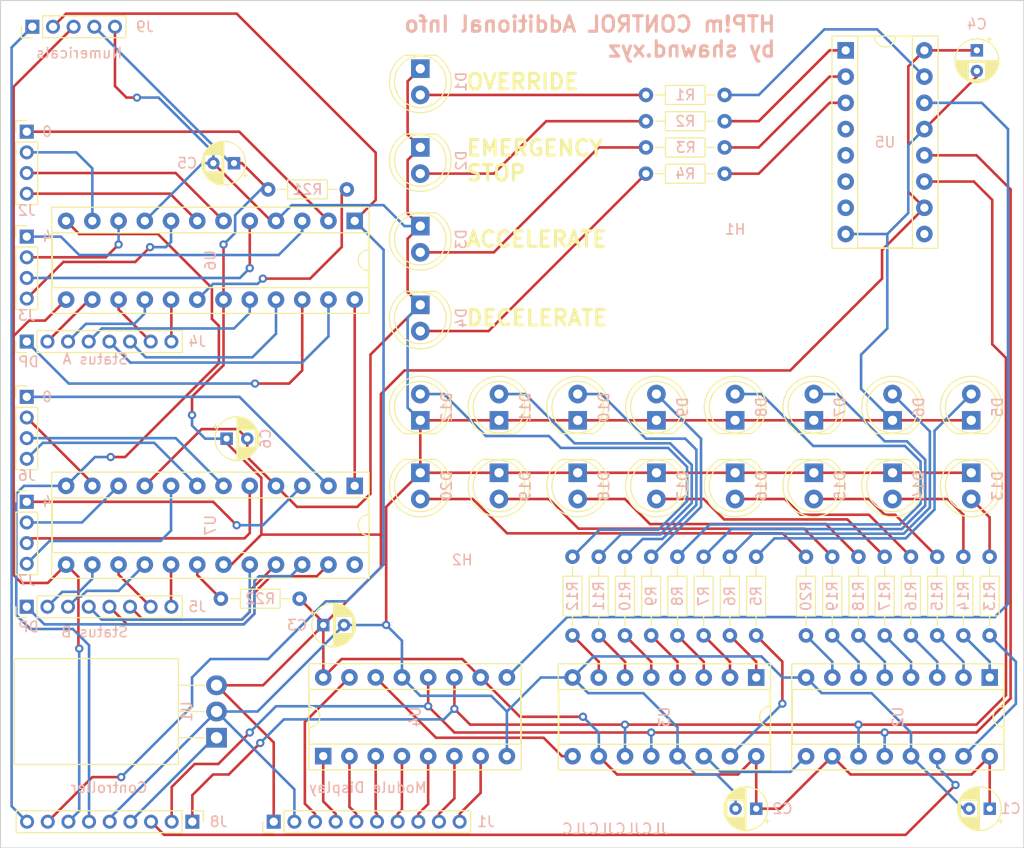
<source format=kicad_pcb>
(kicad_pcb (version 20221018) (generator pcbnew)
  (title_block (title "HTP!m CONTROL Additional Info") (date "2023-10-15") (rev "1") (company "shawnd.xyz") (comment 2 "circuits as well as maintaining 20 LEDs of its own.") (comment 3 "The HTP!m CONTROL Additional Info circuit controls all the other HTP!m CONTROL display"))
  (layers (0 "F.Cu" signal) (31 "B.Cu" signal) (34 "B.Paste" user) (35 "F.Paste" user) (36 "B.SilkS" user "B.Silkscreen") (37 "F.SilkS" user "F.Silkscreen") (38 "B.Mask" user) (39 "F.Mask" user) (44 "Edge.Cuts" user))
  (net 0 "")
  (net 1 "Net-(J1-Pin_1)")
  (net 2 "GND")
  (net 3 "Net-(D1-A)")
  (net 4 "Net-(D2-A)")
  (net 5 "Net-(D3-A)")
  (net 6 "Net-(D4-A)")
  (net 7 "Net-(D5-A)")
  (net 8 "Net-(D6-A)")
  (net 9 "Net-(D7-A)")
  (net 10 "Net-(D8-A)")
  (net 11 "Net-(D9-A)")
  (net 12 "Net-(D10-A)")
  (net 13 "Net-(D11-A)")
  (net 14 "Net-(D12-A)")
  (net 15 "Net-(D13-A)")
  (net 16 "Net-(D14-A)")
  (net 17 "Net-(D15-A)")
  (net 18 "Net-(D16-A)")
  (net 19 "Net-(D17-A)")
  (net 20 "Net-(D18-A)")
  (net 21 "Net-(D19-A)")
  (net 22 "Net-(D20-A)")
  (net 23 "Net-(J1-Pin_3)")
  (net 24 "Net-(J1-Pin_4)")
  (net 25 "Net-(J1-Pin_5)")
  (net 26 "Net-(J1-Pin_6)")
  (net 27 "Net-(J1-Pin_7)")
  (net 28 "Net-(J1-Pin_8)")
  (net 29 "Net-(J1-Pin_9)")
  (net 30 "Net-(J1-Pin_10)")
  (net 31 "Net-(J2-Pin_1)")
  (net 32 "Net-(J2-Pin_2)")
  (net 33 "Net-(J2-Pin_3)")
  (net 34 "Net-(J2-Pin_4)")
  (net 35 "Net-(J3-Pin_1)")
  (net 36 "Net-(J3-Pin_2)")
  (net 37 "Net-(J3-Pin_3)")
  (net 38 "Net-(J3-Pin_4)")
  (net 39 "Net-(J4-Pin_1)")
  (net 40 "Net-(J4-Pin_2)")
  (net 41 "Net-(J4-Pin_3)")
  (net 42 "Net-(J4-Pin_4)")
  (net 43 "Net-(J4-Pin_5)")
  (net 44 "Net-(J4-Pin_6)")
  (net 45 "Net-(J4-Pin_7)")
  (net 46 "Net-(J4-Pin_8)")
  (net 47 "Net-(J5-Pin_1)")
  (net 48 "Net-(J5-Pin_2)")
  (net 49 "Net-(J5-Pin_3)")
  (net 50 "Net-(J5-Pin_4)")
  (net 51 "Net-(J5-Pin_5)")
  (net 52 "Net-(J5-Pin_6)")
  (net 53 "Net-(J5-Pin_7)")
  (net 54 "Net-(J5-Pin_8)")
  (net 55 "Net-(J6-Pin_1)")
  (net 56 "Net-(J6-Pin_2)")
  (net 57 "Net-(J6-Pin_3)")
  (net 58 "Net-(J6-Pin_4)")
  (net 59 "Net-(J7-Pin_1)")
  (net 60 "Net-(J7-Pin_2)")
  (net 61 "Net-(J7-Pin_3)")
  (net 62 "Net-(J7-Pin_4)")
  (net 63 "Net-(J8-Pin_1)")
  (net 64 "Net-(J8-Pin_2)")
  (net 65 "Net-(J8-Pin_3)")
  (net 66 "Net-(J8-Pin_6)")
  (net 67 "Net-(J8-Pin_7)")
  (net 68 "Net-(J8-Pin_8)")
  (net 69 "Net-(U5-QA)")
  (net 70 "Net-(U5-QB)")
  (net 71 "Net-(U5-QC)")
  (net 72 "Net-(U5-QD)")
  (net 73 "Net-(U3-QA)")
  (net 74 "Net-(U3-QB)")
  (net 75 "Net-(U3-QC)")
  (net 76 "Net-(U3-QD)")
  (net 77 "Net-(U3-QE)")
  (net 78 "Net-(U3-QF)")
  (net 79 "Net-(U3-QG)")
  (net 80 "Net-(U3-QH)")
  (net 81 "Net-(U2-QA)")
  (net 82 "Net-(U2-QB)")
  (net 83 "Net-(U2-QC)")
  (net 84 "Net-(U2-QD)")
  (net 85 "Net-(U2-QE)")
  (net 86 "Net-(U2-QF)")
  (net 87 "Net-(U2-QG)")
  (net 88 "Net-(U2-QH)")
  (net 89 "Net-(U6-ISET)")
  (net 90 "Net-(U7-ISET)")
  (net 91 "Net-(U2-QH')")
  (net 92 "Net-(U3-QH')")
  (net 93 "Net-(U4-QH')")
  (net 99 "Net-(U6-DOUT)")
  (net 101 "Net-(J8-Pin_9)")
  (net 102 "Net-(J8-Pin_4)")
  (footprint "Connector_PinHeader_2.00mm:PinHeader_1x04_P2.00mm_Vertical" (layer "F.Cu") (at 96.012 71.628)
    (fp_text reference "J3")
    (fp_text value "Conn_01x04_Socket" hide)
  )
  (footprint "LED_THT:LED_D5.0mm" (layer "F.Cu") (at 134.112 62.987 -90)
    (fp_text reference "D2")
    (fp_text value "RED")
  )
  (footprint "LED_THT:LED_D5.0mm" (layer "F.Cu") (at 187.452 94.488 -90)
    (fp_text reference "D13")
    (fp_text value "YELLOW" hide)
  )
  (footprint "Resistor_THT:R_Axial_DIN0204_L3.6mm_D1.6mm_P7.62mm_Horizontal" (layer "F.Cu") (at 122.428 106.68 180)
    (fp_text reference "R22")
    (fp_text value "20kΩ" hide)
  )
  (footprint "LED_THT:LED_D5.0mm" (layer "F.Cu") (at 156.972 94.488 -90)
    (fp_text reference "D17")
    (fp_text value "YELLOW" hide)
  )
  (footprint "LED_THT:LED_D5.0mm" (layer "F.Cu") (at 149.352 94.488 -90)
    (fp_text reference "D18")
    (fp_text value "YELLOW" hide)
  )
  (footprint "Resistor_THT:R_Axial_DIN0204_L3.6mm_D1.6mm_P7.62mm_Horizontal" (layer "F.Cu") (at 159.004 110.236 90)
    (fp_text reference "R8")
    (fp_text value "680Ω" hide)
  )
  (footprint "Capacitor_THT:CP_Radial_D4.0mm_P2.00mm" (layer "F.Cu") (at 187.994 53.594 -90)
    (fp_text reference "C4")
    (fp_text value "22μF")
  )
  (footprint "Resistor_THT:R_Axial_DIN0204_L3.6mm_D1.6mm_P7.62mm_Horizontal" (layer "F.Cu") (at 189.23 110.236 90)
    (fp_text reference "R13")
    (fp_text value "680Ω" hide)
  )
  (footprint "Package_DIP:DIP-16_W7.62mm_Socket" (layer "F.Cu") (at 166.634 114.31 -90)
    (fp_text reference "U3")
    (fp_text value "74HC595")
  )
  (footprint "LED_THT:LED_D5.0mm" (layer "F.Cu") (at 141.732 94.488 -90)
    (fp_text reference "D19")
    (fp_text value "YELLOW" hide)
  )
  (footprint "LED_THT:LED_D5.0mm" (layer "F.Cu") (at 134.112 94.488 -90)
    (fp_text reference "D20")
    (fp_text value "YELLOW" hide)
  )
  (footprint "MountingHole:MountingHole_2.5mm" (layer "F.Cu") (at 138.176 106.426)
    (fp_text reference "H2")
    (fp_text value "MountingHole")
  )
  (footprint "LED_THT:LED_D5.0mm" (layer "F.Cu") (at 134.112 70.607 -90)
    (fp_text reference "D3")
    (fp_text value "GREEN")
  )
  (footprint "Package_DIP:DIP-16_W7.62mm_Socket" (layer "F.Cu") (at 189.24 114.31 -90)
    (fp_text reference "U2")
    (fp_text value "74HC595")
  )
  (footprint "LED_THT:LED_D5.0mm" (layer "F.Cu") (at 134.112 89.408 90)
    (fp_text reference "D12")
    (fp_text value "YELLOW" hide)
  )
  (footprint "Resistor_THT:R_Axial_DIN0204_L3.6mm_D1.6mm_P7.62mm_Horizontal" (layer "F.Cu") (at 163.576 57.912 180)
    (fp_text reference "R1")
    (fp_text value "680Ω" hide)
  )
  (footprint "Connector_PinHeader_2.00mm:PinHeader_1x10_P2.00mm_Vertical" (layer "F.Cu") (at 119.922 128.27 90)
    (fp_text reference "J1")
    (fp_text value "Conn_01x10_Socket" hide)
  )
  (footprint "MountingHole:MountingHole_2.5mm" (layer "F.Cu") (at 164.592 74.422)
    (fp_text reference "H1")
    (fp_text value "MountingHole")
  )
  (footprint "Resistor_THT:R_Axial_DIN0204_L3.6mm_D1.6mm_P7.62mm_Horizontal" (layer "F.Cu") (at 148.844 110.236 90)
    (fp_text reference "R12")
    (fp_text value "680Ω" hide)
  )
  (footprint "Capacitor_THT:CP_Radial_D4.0mm_P2.00mm" (layer "F.Cu") (at 189.24 127.01 180)
    (fp_text reference "C1")
    (fp_text value "22μF")
  )
  (footprint "Resistor_THT:R_Axial_DIN0204_L3.6mm_D1.6mm_P7.62mm_Horizontal" (layer "F.Cu") (at 119.38 67.056)
    (fp_text reference "R21")
    (fp_text value "20kΩ" hide)
  )
  (footprint "Package_TO_SOT_THT:TO-220-3_Horizontal_TabDown" (layer "F.Cu") (at 114.386 120.142 90)
    (fp_text reference "U1")
    (fp_text value "L7805")
  )
  (footprint "Resistor_THT:R_Axial_DIN0204_L3.6mm_D1.6mm_P7.62mm_Horizontal" (layer "F.Cu") (at 153.924 110.236 90)
    (fp_text reference "R10")
    (fp_text value "680Ω" hide)
  )
  (footprint "Capacitor_THT:CP_Radial_D4.0mm_P2.00mm" (layer "F.Cu") (at 166.634 127.01 180)
    (fp_text reference "C2")
    (fp_text value "22μF")
  )
  (footprint "Connector_PinHeader_2.00mm:PinHeader_1x04_P2.00mm_Vertical" (layer "F.Cu") (at 96.012 61.468)
    (fp_text reference "J2")
    (fp_text value "Conn_01x04_Socket" hide)
  )
  (footprint "Resistor_THT:R_Axial_DIN0204_L3.6mm_D1.6mm_P7.62mm_Horizontal" (layer "F.Cu") (at 151.384 110.236 90)
    (fp_text reference "R11")
    (fp_text value "680Ω" hide)
  )
  (footprint "Resistor_THT:R_Axial_DIN0204_L3.6mm_D1.6mm_P7.62mm_Horizontal" (layer "F.Cu") (at 179.07 110.236 90)
    (fp_text reference "R17")
    (fp_text value "680Ω" hide)
  )
  (footprint "LED_THT:LED_D5.0mm" (layer "F.Cu") (at 149.352 89.408 90)
    (fp_text reference "D10")
    (fp_text value "YELLOW" hide)
  )
  (footprint "Capacitor_THT:CP_Radial_D4.0mm_P2.00mm" (layer "F.Cu") (at 115.359401 91.186)
    (fp_text reference "C6")
    (fp_text value "10μF")
  )
  (footprint "LED_THT:LED_D5.0mm" (layer "F.Cu") (at 164.592 89.408 90)
    (fp_text reference "D8")
    (fp_text value "YELLOW" hide)
  )
  (footprint "Resistor_THT:R_Axial_DIN0204_L3.6mm_D1.6mm_P7.62mm_Horizontal" (layer "F.Cu") (at 166.624 110.236 90)
    (fp_text reference "R5")
    (fp_text value "680Ω" hide)
  )
  (footprint "LED_THT:LED_D5.0mm" (layer "F.Cu") (at 172.212 89.408 90)
    (fp_text reference "D7")
    (fp_text value "YELLOW" hide)
  )
  (footprint "LED_THT:LED_D5.0mm" (layer "F.Cu") (at 164.592 94.488 -90)
    (fp_text reference "D16")
    (fp_text value "YELLOW" hide)
  )
  (footprint "Resistor_THT:R_Axial_DIN0204_L3.6mm_D1.6mm_P7.62mm_Horizontal" (layer "F.Cu") (at 161.544 110.236 90)
    (fp_text reference "R7")
    (fp_text value "680Ω" hide)
  )
  (footprint "Package_DIP:DIP-16_W7.62mm_Socket" (layer "F.Cu") (at 175.294 53.594)
    (fp_text reference "U5")
    (fp_text value "74HC595")
  )
  (footprint "LED_THT:LED_D5.0mm" (layer "F.Cu") (at 179.832 94.488 -90)
    (fp_text reference "D14")
    (fp_text value "YELLOW" hide)
  )
  (footprint "Package_DIP:DIP-24_W7.62mm_Socket" (layer "F.Cu") (at 127.762 95.758 -90)
    (fp_text reference "U7")
    (fp_text value "MAX7219")
  )
  (footprint "Resistor_THT:R_Axial_DIN0204_L3.6mm_D1.6mm_P7.62mm_Horizontal" (layer "F.Cu") (at 176.53 110.236 90)
    (fp_text reference "R18")
    (fp_text value "680Ω" hide)
  )
  (footprint "LED_THT:LED_D5.0mm" (layer "F.Cu") (at 179.832 89.408 90)
    (fp_text reference "D6")
    (fp_text value "YELLOW" hide)
  )
  (footprint "Resistor_THT:R_Axial_DIN0204_L3.6mm_D1.6mm_P7.62mm_Horizontal" (layer "F.Cu") (at 163.576 60.452 180)
    (fp_text reference "R2")
    (fp_text value "680Ω" hide)
  )
  (footprint "Connector_PinHeader_2.00mm:PinHeader_1x08_P2.00mm_Vertical" (layer "F.Cu") (at 96.012 107.458 90)
    (fp_text reference "J5")
    (fp_text value "Conn_01x08_Socket" hide)
  )
  (footprint "Package_DIP:DIP-16_W7.62mm_Socket" (layer "F.Cu") (at 124.714 121.92 90)
    (fp_text reference "U4")
    (fp_text value "74HC595")
  )
  (footprint "Capacitor_THT:CP_Radial_D4.0mm_P2.00mm" (layer "F.Cu") (at 116.078 64.516 180)
    (fp_text reference "C5")
    (fp_text value "10μF")
  )
  (footprint "Connector_PinHeader_2.00mm:PinHeader_1x05_P2.00mm_Vertical" (layer "F.Cu") (at 96.552 51.308 90)
    (fp_text reference "J9")
    (fp_text value "Conn_01x05_Socket" hide)
  )
  (footprint "Resistor_THT:R_Axial_DIN0204_L3.6mm_D1.6mm_P7.62mm_Horizontal" (layer "F.Cu") (at 184.15 110.236 90)
    (fp_text reference "R15")
    (fp_text value "680Ω" hide)
  )
  (footprint "Resistor_THT:R_Axial_DIN0204_L3.6mm_D1.6mm_P7.62mm_Horizontal" (layer "F.Cu") (at 181.61 110.236 90)
    (fp_text reference "R16")
    (fp_text value "680Ω" hide)
  )
  (footprint "Connector_PinHeader_2.00mm:PinHeader_1x04_P2.00mm_Vertical" (layer "F.Cu") (at 96.012 97.298)
    (fp_text reference "J7")
    (fp_text value "Conn_01x04_Socket" hide)
  )
  (footprint "Connector_PinHeader_2.00mm:PinHeader_1x08_P2.00mm_Vertical" (layer "F.Cu") (at 96.012 81.788 90)
    (fp_text reference "J4")
    (fp_text value "Conn_01x08_Socket" hide)
  )
  (footprint "Connector_PinHeader_2.00mm:PinHeader_1x09_P2.00mm_Vertical" (layer "F.Cu") (at 112.044 128.27 -90)
    (fp_text reference "J8")
    (fp_text value "Conn_01x08_Socket" hide)
  )
  (footprint "LED_THT:LED_D5.0mm" (layer "F.Cu") (at 134.112 78.227 -90)
    (fp_text reference "D4")
    (fp_text value "YELLOW")
  )
  (footprint "LED_THT:LED_D5.0mm" (layer "F.Cu") (at 172.212 94.488 -90)
    (fp_text reference "D15")
    (fp_text value "YELLOW" hide)
  )
  (footprint "Resistor_THT:R_Axial_DIN0204_L3.6mm_D1.6mm_P7.62mm_Horizontal" (layer "F.Cu") (at 163.576 62.992 180)
    (fp_text reference "R3")
    (fp_text value "680Ω" hide)
  )
  (footprint "LED_THT:LED_D5.0mm" (layer "F.Cu") (at 134.112 55.367 -90)
    (fp_text reference "D1")
    (fp_text value "RED")
  )
  (footprint "Resistor_THT:R_Axial_DIN0204_L3.6mm_D1.6mm_P7.62mm_Horizontal" (layer "F.Cu") (at 164.084 110.236 90)
    (fp_text reference "R6")
    (fp_text value "680Ω" hide)
  )
  (footprint "Resistor_THT:R_Axial_DIN0204_L3.6mm_D1.6mm_P7.62mm_Horizontal" (layer "F.Cu") (at 171.45 110.236 90)
    (fp_text reference "R20")
    (fp_text value "680Ω" hide)
  )
  (footprint "Resistor_THT:R_Axial_DIN0204_L3.6mm_D1.6mm_P7.62mm_Horizontal" (layer "F.Cu") (at 173.99 110.236 90)
    (fp_text reference "R19")
    (fp_text value "680Ω" hide)
  )
  (footprint "LED_THT:LED_D5.0mm" (layer "F.Cu") (at 187.452 89.408 90)
    (fp_text reference "D5")
    (fp_text value "YELLOW" hide)
  )
  (footprint "Connector_PinHeader_2.00mm:PinHeader_1x04_P2.00mm_Vertical" (layer "F.Cu") (at 96.012 87.138)
    (fp_text reference "J6")
    (fp_text value "Conn_01x04_Socket" hide)
  )
  (footprint "Capacitor_THT:CP_Radial_D4.0mm_P2.00mm" (layer "F.Cu") (at 124.724 109.23)
    (fp_text reference "C3")
    (fp_text value "22μF")
  )
  (footprint "Resistor_THT:R_Axial_DIN0204_L3.6mm_D1.6mm_P7.62mm_Horizontal" (layer "F.Cu") (at 163.576 65.532 180)
    (fp_text reference "R4")
    (fp_text value "680Ω" hide)
  )
  (footprint "LED_THT:LED_D5.0mm" (layer "F.Cu") (at 156.972 89.408 90)
    (fp_text reference "D9")
    (fp_text value "YELLOW" hide)
  )
  (footprint "Resistor_THT:R_Axial_DIN0204_L3.6mm_D1.6mm_P7.62mm_Horizontal" (layer "F.Cu") (at 156.464 110.236 90)
    (fp_text reference "R9")
    (fp_text value "680Ω" hide)
  )
  (footprint "LED_THT:LED_D5.0mm" (layer "F.Cu") (at 141.732 89.408 90)
    (fp_text reference "D11")
    (fp_text value "YELLOW" hide)
  )
  (footprint "Package_DIP:DIP-24_W7.62mm_Socket" (layer "F.Cu") (at 127.762 70.104 -90)
    (fp_text reference "U6")
    (fp_text value "MAX7219")
  )
  (footprint "Resistor_THT:R_Axial_DIN0204_L3.6mm_D1.6mm_P7.62mm_Horizontal" (layer "F.Cu") (at 186.69 110.236 90)
    (fp_text reference "R14")
    (fp_text value "680Ω" hide)
  )
  (gr_rect (start 93.472 48.768) (end 192.532 130.81) (stroke (width 0.1)) (fill none) (layer "Edge.Cuts"))
  (gr_text "JLCJLCJLCJLC" (at 158.242 129.54) (layer "B.SilkS") (effects (font (size 1 1)) (justify left bottom mirror)))
  (gr_text "0" (at 98.552 61.468) (layer "B.SilkS") (effects (font (size 1 1)) (justify left mirror)))
  (gr_text "HTP!m CONTROL Additional Info\nby shawnd.xyz" (at 168.656 54.356) (layer "B.SilkS") (effects (font (size 1.5 1.5) (thickness 0.3) bold) (justify left bottom mirror)))
  (gr_text "Controller" (at 103.982 124.968) (layer "B.SilkS") (effects (font (size 1 1)) (justify mirror)))
  (gr_text "Module Display" (at 129.032 124.968) (layer "B.SilkS") (effects (font (size 1 1)) (justify mirror)))
  (gr_text "4" (at 98.552 97.298) (layer "B.SilkS") (effects (font (size 1 1)) (justify left mirror)))
  (gr_text "4" (at 98.552 71.628) (layer "B.SilkS") (effects (font (size 1 1)) (justify left mirror)))
  (gr_text "Numericals" (at 101.092 53.848) (layer "B.SilkS") (effects (font (size 1 1)) (justify mirror)))
  (gr_text "Status B" (at 105.918 110.49) (layer "B.SilkS") (effects (font (size 1 1)) (justify left bottom mirror)))
  (gr_text "DP" (at 97.282 84.328) (layer "B.SilkS") (effects (font (size 1 1)) (justify left bottom mirror)))
  (gr_text "Status A" (at 105.918 84.074) (layer "B.SilkS") (effects (font (size 1 1)) (justify left bottom mirror)))
  (gr_text "DP" (at 97.282 109.998) (layer "B.SilkS") (effects (font (size 1 1)) (justify left bottom mirror)))
  (gr_text "0" (at 98.552 87.138) (layer "B.SilkS") (effects (font (size 1 1)) (justify left mirror)))
  (gr_text "ACCELERATE" (at 138.43 71.882) (layer "F.SilkS") (effects (font (size 1.5 1.5) (thickness 0.3) bold) (justify left)))
  (gr_text "DECELERATE" (at 138.43 79.502) (layer "F.SilkS") (effects (font (size 1.5 1.5) (thickness 0.3) bold) (justify left)))
  (gr_text "EMERGENCY\nSTOP" (at 138.43 64.262) (layer "F.SilkS") (effects (font (size 1.5 1.5) (thickness 0.3) bold) (justify left)))
  (gr_text "OVERRIDE" (at 138.43 56.642) (layer "F.SilkS") (effects (font (size 1.5 1.5) (thickness 0.3) bold) (justify left)))
  (segment (start 114.386 115.062) (end 118.892 115.062) (width 0.25) (layer "F.Cu") (net 1))
  (segment (start 118.727 100.475) (end 130.193 100.475) (width 0.25) (layer "F.Cu") (net 1))
  (segment (start 187.472 123.698) (end 175.768 123.698) (width 0.25) (layer "F.Cu") (net 1))
  (segment (start 118.727 100.475) (end 115.824 103.378) (width 0.25) (layer "F.Cu") (net 1))
  (segment (start 182.914 53.594) (end 181.356 55.152) (width 0.25) (layer "F.Cu") (net 1))
  (segment (start 114.386 115.062) (end 119.922 120.598) (width 0.25) (layer "F.Cu") (net 1))
  (segment (start 189.24 121.93) (end 187.472 123.698) (width 0.25) (layer "F.Cu") (net 1))
  (segment (start 178.816 72.932) (end 178.816 75.692) (width 0.25) (layer "F.Cu") (net 1))
  (segment (start 130.302 86.868) (end 130.302 100.584) (width 0.25) (layer "F.Cu") (net 1))
  (segment (start 166.634 127.01) (end 168.92 127.01) (width 0.25) (layer "F.Cu") (net 1))
  (segment (start 115.824 103.378) (end 115.062 103.378) (width 0.25) (layer "F.Cu") (net 1))
  (segment (start 130.302 100.584) (end 130.302 103.652) (width 0.25) (layer "F.Cu") (net 1))
  (segment (start 166.634 127.01) (end 166.634 121.93) (width 0.25) (layer "F.Cu") (net 1))
  (segment (start 182.914 68.834) (end 178.816 72.932) (width 0.25) (layer "F.Cu") (net 1))
  (segment (start 119.922 120.598) (end 119.922 128.27) (width 0.25) (layer "F.Cu") (net 1))
  (segment (start 124.724 109.23) (end 124.724 114.29) (width 0.25) (layer "F.Cu") (net 1))
  (segment (start 124.724 109.23) (end 124.724 108.976) (width 0.25) (layer "F.Cu") (net 1))
  (segment (start 166.634 121.93) (end 164.866 123.698) (width 0.25) (layer "F.Cu") (net 1))
  (segment (start 169.926 84.582) (end 132.588 84.582) (width 0.25) (layer "F.Cu") (net 1))
  (segment (start 143.764 118.11) (end 139.954 114.3) (width 0.25) (layer "F.Cu") (net 1))
  (segment (start 115.359401 91.186) (end 115.359401 91.611797) (width 0.25) (layer "F.Cu") (net 1))
  (segment (start 116.84 64.516) (end 119.38 67.056) (width 0.25) (layer "F.Cu") (net 1))
  (segment (start 175.768 123.698) (end 174 121.93) (width 0.25) (layer "F.Cu") (net 1))
  (segment (start 168.92 127.01) (end 174 121.93) (width 0.25) (layer "F.Cu") (net 1))
  (segment (start 178.816 75.692) (end 169.926 84.582) (width 0.25) (layer "F.Cu") (net 1))
  (segment (start 130.302 103.652) (end 124.724 109.23) (width 0.25) (layer "F.Cu") (net 1))
  (segment (start 124.724 108.976) (end 122.428 106.68) (width 0.25) (layer "F.Cu") (net 1))
  (segment (start 116.078 64.516) (end 116.84 64.516) (width 0.25) (layer "F.Cu") (net 1))
  (segment (start 112.014 87.122) (end 115.062 84.074) (width 0.25) (layer "F.Cu") (net 1))
  (segment (start 126.492 112.522) (end 138.176 112.522) (width 0.25) (layer "F.Cu") (net 1))
  (segment (start 181.356 67.276) (end 182.914 68.834) (width 0.25) (layer "F.Cu") (net 1))
  (segment (start 115.062 84.074) (end 115.062 77.724) (width 0.25) (layer "F.Cu") (net 1))
  (segment (start 164.866 123.698) (end 153.162 123.698) (width 0.25) (layer "F.Cu") (net 1))
  (segment (start 189.24 127.01) (end 189.24 121.93) (width 0.25) (layer "F.Cu") (net 1))
  (segment (start 115.359401 91.611797) (end 118.727 94.979396) (width 0.25) (layer "F.Cu") (net 1))
  (segment (start 182.914 53.594) (end 187.994 53.594) (width 0.25) (layer "F.Cu") (net 1))
  (segment (start 132.588 84.582) (end 130.302 86.868) (width 0.25) (layer "F.Cu") (net 1))
  (segment (start 124.714 114.3) (end 126.492 112.522) (width 0.25) (layer "F.Cu") (net 1))
  (segment (start 124.724 114.29) (end 124.714 114.3) (width 0.25) (layer "F.Cu") (net 1))
  (segment (start 115.062 72.39) (end 115.062 77.724) (width 0.25) (layer "F.Cu") (net 1))
  (segment (start 181.356 55.152) (end 181.356 67.276) (width 0.25) (layer "F.Cu") (net 1))
  (segment (start 149.86 118.11) (end 143.764 118.11) (width 0.25) (layer "F.Cu") (net 1))
  (segment (start 112.014 88.9) (end 112.014 87.122) (width 0.25) (layer "F.Cu") (net 1))
  (segment (start 118.892 115.062) (end 124.724 109.23) (width 0.25) (layer "F.Cu") (net 1))
  (segment (start 138.176 112.522) (end 139.954 114.3) (width 0.25) (layer "F.Cu") (net 1))
  (segment (start 118.727 94.979396) (end 118.727 100.475) (width 0.25) (layer "F.Cu") (net 1))
  (segment (start 130.193 100.475) (end 130.302 100.584) (width 0.25) (layer "F.Cu") (net 1))
  (segment (start 153.162 123.698) (end 151.394 121.93) (width 0.25) (layer "F.Cu") (net 1))
  (via (at 115.062 72.39) (size 0.8) (drill 0.4) (layers "F.Cu" "B.Cu") (net 1))
  (via (at 149.86 118.11) (size 0.8) (drill 0.4) (layers "F.Cu" "B.Cu") (net 1))
  (via (at 112.014 88.9) (size 0.8) (drill 0.4) (layers "F.Cu" "B.Cu") (net 1))
  (segment (start 118.68 67.056) (end 116.187 69.549) (width 0.25) (layer "B.Cu") (net 1))
  (segment (start 116.187 69.549) (end 116.187 71.265) (width 0.25) (layer "B.Cu") (net 1))
  (segment (start 115.76 64.516) (end 102.552 51.308) (width 0.25) (layer "B.Cu") (net 1))
  (segment (start 115.359401 91.186) (end 113.284 91.186) (width 0.25) (layer "B.Cu") (net 1))
  (segment (start 112.014 89.916) (end 112.014 88.9) (width 0.25) (layer "B.Cu") (net 1))
  (segment (start 113.284 91.186) (end 112.014 89.916) (width 0.25) (layer "B.Cu") (net 1))
  (segment (start 116.187 71.265) (end 115.062 72.39) (width 0.25) (layer "B.Cu") (net 1))
  (segment (start 151.394 119.644) (end 149.86 118.11) (width 0.25) (layer "B.Cu") (net 1))
  (segment (start 119.38 67.056) (end 118.68 67.056) (width 0.25) (layer "B.Cu") (net 1))
  (segment (start 116.078 64.516) (end 115.76 64.516) (width 0.25) (layer "B.Cu") (net 1))
  (segment (start 151.394 121.93) (end 151.394 119.644) (width 0.25) (layer "B.Cu") (net 1))
  (segment (start 132.887 56.592) (end 132.887 61.762) (width 0.25) (layer "F.Cu") (net 2))
  (segment (start 134.112 94.488) (end 130.81 97.79) (width 0.25) (layer "F.Cu") (net 2))
  (segment (start 105.664 58.166) (end 104.552 57.054) (width 0.25) (layer "F.Cu") (net 2))
  (segment (start 134.112 70.607) (end 132.887 71.832) (width 0.25) (layer "F.Cu") (net 2))
  (segment (start 134.112 55.367) (end 132.887 56.592) (width 0.25) (layer "F.Cu") (net 2))
  (segment (start 187.452 94.488) (end 134.112 94.488) (width 0.25) (layer "F.Cu") (net 2))
  (segment (start 134.112 78.227) (end 129.286 83.053) (width 0.25) (layer "F.Cu") (net 2))
  (segment (start 132.887 69.382) (end 134.112 70.607) (width 0.25) (layer "F.Cu") (net 2))
  (segment (start 187.452 89.408) (end 134.112 89.408) (width 0.25) (layer "F.Cu") (net 2))
  (segment (start 129.286 96.52) (end 128.016 97.79) (width 0.25) (layer "F.Cu") (net 2))
  (segment (start 112.939 90.261) (end 107.442 95.758) (width 0.25) (layer "F.Cu") (net 2))
  (segment (start 119.666 70.104) (end 120.142 70.104) (width 0.25) (layer "F.Cu") (net 2))
  (segment (start 132.887 77.002) (end 134.112 78.227) (width 0.25) (layer "F.Cu") (net 2))
  (segment (start 132.887 61.762) (end 134.112 62.987) (width 0.25) (layer "F.Cu") (net 2))
  (segment (start 130.81 97.79) (end 130.81 109.22) (width 0.25) (layer "F.Cu") (net 2))
  (segment (start 117.359401 91.186) (end 117.359401 92.975401) (width 0.25) (layer "F.Cu") (net 2))
  (segment (start 106.68 58.166) (end 105.664 58.166) (width 0.25) (layer "F.Cu") (net 2))
  (segment (start 187.994 56.134) (end 187.994 55.594) (width 0.25) (layer "F.Cu") (net 2))
  (segment (start 104.552 57.054) (end 104.552 51.308) (width 0.25) (layer "F.Cu") (net 2))
  (segment (start 128.016 97.79) (end 122.174 97.79) (width 0.25) (layer "F.Cu") (net 2))
  (segment (start 114.078 64.516) (end 119.666 70.104) (width 0.25) (layer "F.Cu") (net 2))
  (segment (start 134.112 62.987) (end 132.887 64.212) (width 0.25) (layer "F.Cu") (net 2))
  (segment (start 116.434401 90.261) (end 112.939 90.261) (width 0.25) (layer "F.Cu") (net 2))
  (segment (start 132.887 64.212) (end 132.887 69.382) (width 0.25) (layer "F.Cu") (net 2))
  (segment (start 117.359401 91.186) (end 116.434401 90.261) (width 0.25) (layer "F.Cu") (net 2))
  (segment (start 182.914 61.214) (end 187.994 56.134) (width 0.25) (layer "F.Cu") (net 2))
  (segment (start 117.359401 92.975401) (end 120.142 95.758) (width 0.25) (layer "F.Cu") (net 2))
  (segment (start 132.887 71.832) (end 132.887 77.002) (width 0.25) (layer "F.Cu") (net 2))
  (segment (start 122.174 97.79) (end 120.142 95.758) (width 0.25) (layer "F.Cu") (net 2))
  (segment (start 129.286 83.053) (end 129.286 96.52) (width 0.25) (layer "F.Cu") (net 2))
  (segment (start 134.112 94.488) (end 134.112 89.408) (width 0.25) (layer "F.Cu") (net 2))
  (via (at 130.81 109.22) (size 0.8) (drill 0.4) (layers "F.Cu" "B.Cu") (net 2))
  (via (at 106.68 58.166) (size 0.8) (drill 0.4) (layers "F.Cu" "B.Cu") (net 2))
  (segment (start 179.324 71.374) (end 175.294 71.374) (width 0.25) (layer "B.Cu") (net 2))
  (segment (start 181.62 121.93) (end 181.62 119.644) (width 0.25) (layer "B.Cu") (net 2))
  (segment (start 162.814 123.698) (end 164.634 125.518) (width 0.25) (layer "B.Cu") (net 2))
  (segment (start 118.352 117.602) (end 114.386 117.602) (width 0.25) (layer "B.Cu") (net 2))
  (segment (start 126.724 109.23) (end 130.81 109.23) (width 0.25) (layer "B.Cu") (net 2))
  (segment (start 176.784 86.36) (end 179.832 89.408) (width 0.25) (layer "B.Cu") (net 2))
  (segment (start 181.62 121.93) (end 186.7 127.01) (width 0.25) (layer "B.Cu") (net 2))
  (segment (start 150.368 115.824) (end 148.854 114.31) (width 0.25) (layer "B.Cu") (net 2))
  (segment (start 140.97 116.078) (end 142.494 117.602) (width 0.25) (layer "B.Cu") (net 2))
  (segment (start 150.896 112.268) (end 167.132 112.268) (width 0.25) (layer "B.Cu") (net 2))
  (segment (start 159.014 121.93) (end 159.014 119.136) (width 0.25) (layer "B.Cu") (net 2))
  (segment (start 114.078 64.516) (end 114.078 63.470396) (width 0.25) (layer "B.Cu") (net 2))
  (segment (start 142.494 117.602) (end 145.786 114.31) (width 0.25) (layer "B.Cu") (net 2))
  (segment (start 132.334 110.744) (end 132.334 114.3) (width 0.25) (layer "B.Cu") (net 2))
  (segment (start 177.8 115.824) (end 172.974 115.824) (width 0.25) (layer "B.Cu") (net 2))
  (segment (start 159.014 121.93) (end 160.782 123.698) (width 0.25) (layer "B.Cu") (net 2))
  (segment (start 134.112 116.078) (end 140.97 116.078) (width 0.25) (layer "B.Cu") (net 2))
  (segment (start 130.81 109.23) (end 130.81 109.22) (width 0.25) (layer "B.Cu") (net 2))
  (segment (start 181.356 62.772) (end 181.356 69.342) (width 0.25) (layer "B.Cu") (net 2))
  (segment (start 159.014 119.136) (end 155.702 115.824) (width 0.25) (layer "B.Cu") (net 2))
  (segment (start 114.078 64.516) (end 113.03 64.516) (width 0.25) (layer "B.Cu") (net 2))
  (segment (start 126.724 109.23) (end 118.352 117.602) (width 0.25) (layer "B.Cu") (net 2))
  (segment (start 121.666 68.58) (end 130.556 68.58) (width 0.25) (layer "B.Cu") (net 2))
  (segment (start 148.854 114.31) (end 150.896 112.268) (width 0.25) (layer "B.Cu") (net 2))
  (segment (start 132.334 114.3) (end 134.112 116.078) (width 0.25) (layer "B.Cu") (net 2))
  (segment (start 130.82 109.23) (end 132.334 110.744) (width 0.25) (layer "B.Cu") (net 2))
  (segment (start 155.702 115.824) (end 150.368 115.824) (width 0.25) (layer "B.Cu") (net 2))
  (segment (start 104.044 128.27) (end 104.044 127.944) (width 0.25) (layer "B.Cu") (net 2))
  (segment (start 182.914 61.214) (end 181.356 62.772) (width 0.25) (layer "B.Cu") (net 2))
  (segment (start 108.773604 58.166) (end 106.68 58.166) (width 0.25) (layer "B.Cu") (net 2))
  (segment (start 130.81 109.22) (end 130.82 109.23) (width 0.25) (layer "B.Cu") (net 2))
  (segment (start 186.7 127.01) (end 187.24 127.01) (width 0.25) (layer "B.Cu") (net 2))
  (segment (start 120.142 70.104) (end 121.666 68.58) (width 0.25) (layer "B.Cu") (net 2))
  (segment (start 160.782 123.698) (end 162.814 123.698) (width 0.25) (layer "B.Cu") (net 2))
  (segment (start 176.784 83.058) (end 176.784 86.36) (width 0.25) (layer "B.Cu") (net 2))
  (segment (start 132.887 79.452) (end 132.887 88.183) (width 0.25) (layer "B.Cu") (net 2))
  (segment (start 179.324 80.518) (end 176.784 83.058) (width 0.25) (layer "B.Cu") (net 2))
  (segment (start 164.634 125.518) (end 164.634 127.01) (width 0.25) (layer "B.Cu") (net 2))
  (segment (start 114.078 63.470396) (end 110.139802 59.532198) (width 0.25) (layer "B.Cu") (net 2))
  (segment (start 130.556 68.58) (end 132.583 70.607) (width 0.25) (layer "B.Cu") (net 2))
  (segment (start 172.974 115.824) (end 171.46 114.31) (width 0.25) (layer "B.Cu") (net 2))
  (segment (start 167.132 112.268) (end 169.174 114.31) (width 0.25) (layer "B.Cu") (net 2))
  (segment (start 169.174 114.31) (end 171.46 114.31) (width 0.25) (layer "B.Cu") (net 2))
  (segment (start 181.62 119.644) (end 177.8 115.824) (width 0.25) (layer "B.Cu") (net 2))
  (segment (start 110.139802 59.532198) (end 108.773604 58.166) (width 0.25) (layer "B.Cu") (net 2))
  (segment (start 179.324 71.374) (end 179.324 80.518) (width 0.25) (layer "B.Cu") (net 2))
  (segment (start 121.922 125.138) (end 121.922 128.27) (width 0.25) (layer "B.Cu") (net 2))
  (segment (start 145.786 114.31) (end 148.854 114.31) (width 0.25) (layer "B.Cu") (net 2))
  (segment (start 142.494 117.602) (end 142.494 121.92) (width 0.25) (layer "B.Cu") (net 2))
  (segment (start 132.887 88.183) (end 134.112 89.408) (width 0.25) (layer "B.Cu") (net 2))
  (segment (start 134.112 78.227) (end 132.887 79.452) (width 0.25) (layer "B.Cu") (net 2))
  (segment (start 114.386 117.602) (end 121.922 125.138) (width 0.25) (layer "B.Cu") (net 2))
  (segment (start 104.044 127.944) (end 114.386 117.602) (width 0.25) (layer "B.Cu") (net 2))
  (segment (start 181.356 69.342) (end 179.324 71.374) (width 0.25) (layer "B.Cu") (net 2))
  (segment (start 132.583 70.607) (end 134.112 70.607) (width 0.25) (layer "B.Cu") (net 2))
  (segment (start 113.03 64.516) (end 107.442 70.104) (width 0.25) (layer "B.Cu") (net 2))
  (segment (start 155.956 57.912) (end 134.117 57.912) (width 0.25) (layer "F.Cu") (net 3))
  (segment (start 134.117 57.912) (end 134.112 57.907) (width 0.25) (layer "F.Cu") (net 3))
  (segment (start 146.304 60.452) (end 141.224 65.532) (width 0.25) (layer "F.Cu") (net 4))
  (segment (start 155.956 60.452) (end 146.304 60.452) (width 0.25) (layer "F.Cu") (net 4))
  (segment (start 141.224 65.532) (end 141.219 65.527) (width 0.25) (layer "F.Cu") (net 4))
  (segment (start 141.219 65.527) (end 134.112 65.527) (width 0.25) (layer "F.Cu") (net 4))
  (segment (start 134.117 73.152) (end 134.112 73.147) (width 0.25) (layer "F.Cu") (net 5))
  (segment (start 151.384 62.992) (end 141.224 73.152) (width 0.25) (layer "F.Cu") (net 5))
  (segment (start 141.219 73.147) (end 134.112 73.147) (width 0.25) (layer "F.Cu") (net 5))
  (segment (start 155.956 62.992) (end 151.384 62.992) (width 0.25) (layer "F.Cu") (net 5))
  (segment (start 141.224 73.152) (end 141.219 73.147) (width 0.25) (layer "F.Cu") (net 5))
  (segment (start 155.956 65.532) (end 140.721 80.767) (width 0.25) (layer "F.Cu") (net 6))
  (segment (start 140.721 80.767) (end 134.112 80.767) (width 0.25) (layer "F.Cu") (net 6))
  (segment (start 168.402 100.838) (end 181.102 100.838) (width 0.25) (layer "B.Cu") (net 7))
  (segment (start 183.896 98.044) (end 183.896 90.424) (width 0.25) (layer "B.Cu") (net 7))
  (segment (start 181.102 100.838) (end 183.896 98.044) (width 0.25) (layer "B.Cu") (net 7))
  (segment (start 183.896 90.424) (end 187.452 86.868) (width 0.25) (layer "B.Cu") (net 7))
  (segment (start 166.624 102.616) (end 168.402 100.838) (width 0.25) (layer "B.Cu") (net 7))
  (segment (start 183.446 97.857604) (end 183.446 90.482) (width 0.25) (layer "B.Cu") (net 8))
  (segment (start 183.446 90.482) (end 179.832 86.868) (width 0.25) (layer "B.Cu") (net 8))
  (segment (start 166.312 100.388) (end 180.915604 100.388) (width 0.25) (layer "B.Cu") (net 8))
  (segment (start 180.915604 100.388) (end 183.446 97.857604) (width 0.25) (layer "B.Cu") (net 8))
  (segment (start 164.084 102.616) (end 166.312 100.388) (width 0.25) (layer "B.Cu") (net 8))
  (segment (start 180.729208 99.938) (end 182.996 97.671208) (width 0.25) (layer "B.Cu") (net 9))
  (segment (start 181.218 91.44) (end 179.07 91.44) (width 0.25) (layer "B.Cu") (net 9))
  (segment (start 182.996 97.671208) (end 182.996 93.218) (width 0.25) (layer "B.Cu") (net 9))
  (segment (start 161.544 102.616) (end 164.222 99.938) (width 0.25) (layer "B.Cu") (net 9))
  (segment (start 174.498 86.868) (end 172.212 86.868) (width 0.25) (layer "B.Cu") (net 9))
  (segment (start 164.222 99.938) (end 180.729208 99.938) (width 0.25) (layer "B.Cu") (net 9))
  (segment (start 182.996 93.218) (end 181.218 91.44) (width 0.25) (layer "B.Cu") (net 9))
  (segment (start 179.07 91.44) (end 174.498 86.868) (width 0.25) (layer "B.Cu") (net 9))
  (segment (start 182.546 97.484812) (end 182.546 93.404396) (width 0.25) (layer "B.Cu") (net 10))
  (segment (start 172.154 91.89) (end 167.132 86.868) (width 0.25) (layer "B.Cu") (net 10))
  (segment (start 181.031604 91.89) (end 172.154 91.89) (width 0.25) (layer "B.Cu") (net 10))
  (segment (start 159.004 102.616) (end 162.132 99.488) (width 0.25) (layer "B.Cu") (net 10))
  (segment (start 180.542812 99.488) (end 182.546 97.484812) (width 0.25) (layer "B.Cu") (net 10))
  (segment (start 167.132 86.868) (end 164.592 86.868) (width 0.25) (layer "B.Cu") (net 10))
  (segment (start 162.132 99.488) (end 180.542812 99.488) (width 0.25) (layer "B.Cu") (net 10))
  (segment (start 182.546 93.404396) (end 181.031604 91.89) (width 0.25) (layer "B.Cu") (net 10))
  (segment (start 156.464 102.616) (end 161.29 97.79) (width 0.25) (layer "B.Cu") (net 11))
  (segment (start 161.29 97.79) (end 161.29 91.186) (width 0.25) (layer "B.Cu") (net 11))
  (segment (start 161.29 91.186) (end 156.972 86.868) (width 0.25) (layer "B.Cu") (net 11))
  (segment (start 160.84 92.26) (end 159.766 91.186) (width 0.25) (layer "B.Cu") (net 12))
  (segment (start 155.956 91.186) (end 151.638 86.868) (width 0.25) (layer "B.Cu") (net 12))
  (segment (start 160.84 97.603604) (end 160.84 92.26) (width 0.25) (layer "B.Cu") (net 12))
  (segment (start 153.924 102.616) (end 155.639198 100.900802) (width 0.25) (layer "B.Cu") (net 12))
  (segment (start 157.542802 100.900802) (end 160.84 97.603604) (width 0.25) (layer "B.Cu") (net 12))
  (segment (start 151.638 86.868) (end 149.352 86.868) (width 0.25) (layer "B.Cu") (net 12))
  (segment (start 159.766 91.186) (end 155.956 91.186) (width 0.25) (layer "B.Cu") (net 12))
  (segment (start 155.639198 100.900802) (end 157.542802 100.900802) (width 0.25) (layer "B.Cu") (net 12))
  (segment (start 158.3 91.636) (end 149.04 91.636) (width 0.25) (layer "B.Cu") (net 13))
  (segment (start 144.272 86.868) (end 141.732 86.868) (width 0.25) (layer "B.Cu") (net 13))
  (segment (start 151.384 102.616) (end 153.549198 100.450802) (width 0.25) (layer "B.Cu") (net 13))
  (segment (start 149.04 91.636) (end 144.272 86.868) (width 0.25) (layer "B.Cu") (net 13))
  (segment (start 160.39 97.417208) (end 160.39 93.726) (width 0.25) (layer "B.Cu") (net 13))
  (segment (start 153.549198 100.450802) (end 157.356406 100.450802) (width 0.25) (layer "B.Cu") (net 13))
  (segment (start 157.356406 100.450802) (end 160.39 97.417208) (width 0.25) (layer "B.Cu") (net 13))
  (segment (start 160.39 93.726) (end 158.3 91.636) (width 0.25) (layer "B.Cu") (net 13))
  (segment (start 147.712 92.086) (end 146.558 90.932) (width 0.25) (layer "B.Cu") (net 14))
  (segment (start 148.844 102.616) (end 151.459198 100.000802) (width 0.25) (layer "B.Cu") (net 14))
  (segment (start 136.398 86.868) (end 134.112 86.868) (width 0.25) (layer "B.Cu") (net 14))
  (segment (start 146.558 90.932) (end 140.462 90.932) (width 0.25) (layer "B.Cu") (net 14))
  (segment (start 158.113604 92.086) (end 147.712 92.086) (width 0.25) (layer "B.Cu") (net 14))
  (segment (start 159.94 97.230812) (end 159.94 93.912396) (width 0.25) (layer "B.Cu") (net 14))
  (segment (start 159.94 93.912396) (end 158.113604 92.086) (width 0.25) (layer "B.Cu") (net 14))
  (segment (start 157.17001 100.000802) (end 159.94 97.230812) (width 0.25) (layer "B.Cu") (net 14))
  (segment (start 151.459198 100.000802) (end 157.17001 100.000802) (width 0.25) (layer "B.Cu") (net 14))
  (segment (start 140.462 90.932) (end 136.398 86.868) (width 0.25) (layer "B.Cu") (net 14))
  (segment (start 189.23 102.616) (end 189.23 98.806) (width 0.25) (layer "F.Cu") (net 15))
  (segment (start 189.23 98.806) (end 187.452 97.028) (width 0.25) (layer "F.Cu") (net 15))
  (segment (start 186.69 98.552) (end 185.166 97.028) (width 0.25) (layer "F.Cu") (net 16))
  (segment (start 185.166 97.028) (end 179.832 97.028) (width 0.25) (layer "F.Cu") (net 16))
  (segment (start 186.69 102.616) (end 186.69 98.552) (width 0.25) (layer "F.Cu") (net 16))
  (segment (start 177.546 97.028) (end 172.212 97.028) (width 0.25) (layer "F.Cu") (net 17))
  (segment (start 179.07 98.552) (end 177.546 97.028) (width 0.25) (layer "F.Cu") (net 17))
  (segment (start 184.15 102.616) (end 180.086 98.552) (width 0.25) (layer "F.Cu") (net 17))
  (segment (start 180.086 98.552) (end 179.07 98.552) (width 0.25) (layer "F.Cu") (net 17))
  (segment (start 169.418 97.028) (end 164.592 97.028) (width 0.25) (layer "F.Cu") (net 18))
  (segment (start 177.546 98.552) (end 170.942 98.552) (width 0.25) (layer "F.Cu") (net 18))
  (segment (start 181.61 102.616) (end 177.546 98.552) (width 0.25) (layer "F.Cu") (net 18))
  (segment (start 170.942 98.552) (end 169.418 97.028) (width 0.25) (layer "F.Cu") (net 18))
  (segment (start 175.456 99.002) (end 163.518 99.002) (width 0.25) (layer "F.Cu") (net 19))
  (segment (start 161.544 97.028) (end 156.972 97.028) (width 0.25) (layer "F.Cu") (net 19))
  (segment (start 179.07 102.616) (end 175.456 99.002) (width 0.25) (layer "F.Cu") (net 19))
  (segment (start 163.518 99.002) (end 161.544 97.028) (width 0.25) (layer "F.Cu") (net 19))
  (segment (start 153.924 97.028) (end 149.352 97.028) (width 0.25) (layer "F.Cu") (net 20))
  (segment (start 156.348 99.452) (end 153.924 97.028) (width 0.25) (layer "F.Cu") (net 20))
  (segment (start 173.366 99.452) (end 156.348 99.452) (width 0.25) (layer "F.Cu") (net 20))
  (segment (start 176.53 102.616) (end 173.366 99.452) (width 0.25) (layer "F.Cu") (net 20))
  (segment (start 173.99 102.616) (end 171.276 99.902) (width 0.25) (layer "F.Cu") (net 21))
  (segment (start 146.558 97.028) (end 141.732 97.028) (width 0.25) (layer "F.Cu") (net 21))
  (segment (start 171.276 99.902) (end 149.432 99.902) (width 0.25) (layer "F.Cu") (net 21))
  (segment (start 149.432 99.902) (end 146.558 97.028) (width 0.25) (layer "F.Cu") (net 21))
  (segment (start 169.186 100.352) (end 142.516 100.352) (width 0.25) (layer "F.Cu") (net 22))
  (segment (start 139.192 97.028) (end 134.112 97.028) (width 0.25) (layer "F.Cu") (net 22))
  (segment (start 142.516 100.352) (end 139.192 97.028) (width 0.25) (layer "F.Cu") (net 22))
  (segment (start 171.45 102.616) (end 169.186 100.352) (width 0.25) (layer "F.Cu") (net 22))
  (segment (start 127.254 114.3) (end 122.936 118.618) (width 0.25) (layer "F.Cu") (net 23))
  (segment (start 123.922 127.508) (end 123.922 128.27) (width 0.25) (layer "F.Cu") (net 23))
  (segment (start 122.936 118.618) (end 122.936 126.522) (width 0.25) (layer "F.Cu") (net 23))
  (segment (start 122.936 126.522) (end 123.922 127.508) (width 0.25) (layer "F.Cu") (net 23))
  (segment (start 124.714 121.92) (end 124.714 126.3) (width 0.25) (layer "F.Cu") (net 24))
  (segment (start 125.922 127.508) (end 125.922 128.27) (width 0.25) (layer "F.Cu") (net 24))
  (segment (start 124.714 126.3) (end 125.922 127.508) (width 0.25) (layer "F.Cu") (net 24))
  (segment (start 127.922 127.508) (end 127.922 128.27) (width 0.25) (layer "F.Cu") (net 25))
  (segment (start 127.254 121.92) (end 127.254 126.84) (width 0.25) (layer "F.Cu") (net 25))
  (segment (start 127.254 126.84) (end 127.922 127.508) (width 0.25) (layer "F.Cu") (net 25))
  (segment (start 129.794 127.38) (end 129.922 127.508) (width 0.25) (layer "F.Cu") (net 26))
  (segment (start 129.922 127.508) (end 129.922 128.27) (width 0.25) (layer "F.Cu") (net 26))
  (segment (start 129.794 121.92) (end 129.794 127.38) (width 0.25) (layer "F.Cu") (net 26))
  (segment (start 132.334 127.096) (end 131.922 127.508) (width 0.25) (layer "F.Cu") (net 27))
  (segment (start 132.334 121.92) (end 132.334 127.096) (width 0.25) (layer "F.Cu") (net 27))
  (segment (start 131.922 127.508) (end 131.922 128.27) (width 0.25) (layer "F.Cu") (net 27))
  (segment (start 133.922 127.508) (end 133.922 128.27) (width 0.25) (layer "F.Cu") (net 28))
  (segment (start 134.874 121.92) (end 134.874 126.556) (width 0.25) (layer "F.Cu") (net 28))
  (segment (start 134.874 126.556) (end 133.922 127.508) (width 0.25) (layer "F.Cu") (net 28))
  (segment (start 137.414 121.92) (end 137.414 126.016) (width 0.25) (layer "F.Cu") (net 29))
  (segment (start 137.414 126.016) (end 135.922 127.508) (width 0.25) (layer "F.Cu") (net 29))
  (segment (start 135.922 127.508) (end 135.922 128.27) (width 0.25) (layer "F.Cu") (net 29))
  (segment (start 137.922 127.508) (end 137.922 128.27) (width 0.25) (layer "F.Cu") (net 30))
  (segment (start 139.954 125.476) (end 137.922 127.508) (width 0.25) (layer "F.Cu") (net 30))
  (segment (start 139.954 121.92) (end 139.954 125.476) (width 0.25) (layer "F.Cu") (net 30))
  (segment (start 116.586 61.468) (end 125.222 70.104) (width 0.25) (layer "F.Cu") (net 31))
  (segment (start 96.012 61.468) (end 116.586 61.468) (width 0.25) (layer "F.Cu") (net 31))
  (segment (start 100.806 63.468) (end 102.362 65.024) (width 0.25) (layer "B.Cu") (net 32))
  (segment (start 102.362 65.024) (end 102.362 70.104) (width 0.25) (layer "B.Cu") (net 32))
  (segment (start 96.012 63.468) (end 100.806 63.468) (width 0.25) (layer "B.Cu") (net 32))
  (segment (start 110.426 65.468) (end 115.062 70.104) (width 0.25) (layer "F.Cu") (net 33))
  (segment (start 96.012 65.468) (end 110.426 65.468) (width 0.25) (layer "F.Cu") (net 33))
  (segment (start 109.886 67.468) (end 112.522 70.104) (width 0.25) (layer "F.Cu") (net 34))
  (segment (start 96.012 67.468) (end 109.886 67.468) (width 0.25) (layer "F.Cu") (net 34))
  (segment (start 99.314 71.628) (end 101.092 73.406) (width 0.25) (layer "B.Cu") (net 35))
  (segment (start 122.682 71.12) (end 122.682 70.104) (width 0.25) (layer "B.Cu") (net 35))
  (segment (start 101.092 73.406) (end 120.396 73.406) (width 0.25) (layer "B.Cu") (net 35))
  (segment (start 96.012 71.628) (end 99.314 71.628) (width 0.25) (layer "B.Cu") (net 35))
  (segment (start 120.396 73.406) (end 122.682 71.12) (width 0.25) (layer "B.Cu") (net 35))
  (segment (start 103.664 73.628) (end 104.902 72.39) (width 0.25) (layer "F.Cu") (net 36))
  (segment (start 96.012 73.628) (end 103.664 73.628) (width 0.25) (layer "F.Cu") (net 36))
  (via (at 104.902 72.39) (size 0.8) (drill 0.4) (layers "F.Cu" "B.Cu") (net 36))
  (segment (start 104.902 72.39) (end 104.902 70.104) (width 0.25) (layer "B.Cu") (net 36))
  (segment (start 117.602 74.676) (end 117.602 70.104) (width 0.25) (layer "F.Cu") (net 37))
  (via (at 117.602 74.676) (size 0.8) (drill 0.4) (layers "F.Cu" "B.Cu") (net 37))
  (segment (start 116.65 75.628) (end 117.602 74.676) (width 0.25) (layer "B.Cu") (net 37))
  (segment (start 96.012 75.628) (end 116.65 75.628) (width 0.25) (layer "B.Cu") (net 37))
  (segment (start 96.012 77.628) (end 99.562 74.078) (width 0.25) (layer "F.Cu") (net 38))
  (segment (start 106.516 74.078) (end 107.95 72.644) (width 0.25) (layer "F.Cu") (net 38))
  (segment (start 99.562 74.078) (end 106.516 74.078) (width 0.25) (layer "F.Cu") (net 38))
  (via (at 107.95 72.644) (size 0.8) (drill 0.4) (layers "F.Cu" "B.Cu") (net 38))
  (segment (start 107.95 72.644) (end 109.474 72.644) (width 0.25) (layer "B.Cu") (net 38))
  (segment (start 109.474 72.644) (end 109.982 72.136) (width 0.25) (layer "B.Cu") (net 38))
  (segment (start 109.982 72.136) (end 109.982 70.104) (width 0.25) (layer "B.Cu") (net 38))
  (segment (start 122.682 84.582) (end 122.682 77.724) (width 0.25) (layer "F.Cu") (net 39))
  (segment (start 118.11 85.852) (end 121.412 85.852) (width 0.25) (layer "F.Cu") (net 39))
  (segment (start 121.412 85.852) (end 122.682 84.582) (width 0.25) (layer "F.Cu") (net 39))
  (via (at 118.11 85.852) (size 0.8) (drill 0.4) (layers "F.Cu" "B.Cu") (net 39))
  (segment (start 96.012 81.788) (end 100.076 85.852) (width 0.25) (layer "B.Cu") (net 39))
  (segment (start 100.076 85.852) (end 118.11 85.852) (width 0.25) (layer "B.Cu") (net 39))
  (segment (start 98.012 81.788) (end 102.076 77.724) (width 0.25) (layer "F.Cu") (net 40))
  (segment (start 102.076 77.724) (end 102.362 77.724) (width 0.25) (layer "F.Cu") (net 40))
  (segment (start 107.442 79.052) (end 107.442 77.724) (width 0.25) (layer "B.Cu") (net 41))
  (segment (start 101.732 80.068) (end 106.426 80.068) (width 0.25) (layer "B.Cu") (net 41))
  (segment (start 106.426 80.068) (end 107.442 79.052) (width 0.25) (layer "B.Cu") (net 41))
  (segment (start 100.012 81.788) (end 101.732 80.068) (width 0.25) (layer "B.Cu") (net 41))
  (segment (start 102.012 81.788) (end 103.282 80.518) (width 0.25) (layer "B.Cu") (net 42))
  (segment (start 103.282 80.518) (end 116.078 80.518) (width 0.25) (layer "B.Cu") (net 42))
  (segment (start 117.602 78.994) (end 117.602 77.724) (width 0.25) (layer "B.Cu") (net 42))
  (segment (start 116.078 80.518) (end 117.602 78.994) (width 0.25) (layer "B.Cu") (net 42))
  (segment (start 104.012 81.788) (end 106.044 83.82) (width 0.25) (layer "B.Cu") (net 43))
  (segment (start 106.044 83.82) (end 122.682 83.82) (width 0.25) (layer "B.Cu") (net 43))
  (segment (start 125.222 81.28) (end 125.222 77.724) (width 0.25) (layer "B.Cu") (net 43))
  (segment (start 122.682 83.82) (end 125.222 81.28) (width 0.25) (layer "B.Cu") (net 43))
  (segment (start 107.536 83.312) (end 117.856 83.312) (width 0.25) (layer "B.Cu") (net 44))
  (segment (start 106.012 81.788) (end 107.536 83.312) (width 0.25) (layer "B.Cu") (net 44))
  (segment (start 117.856 83.312) (end 120.142 81.026) (width 0.25) (layer "B.Cu") (net 44))
  (segment (start 120.142 81.026) (end 120.142 77.724) (width 0.25) (layer "B.Cu") (net 44))
  (segment (start 108.012 81.788) (end 104.902 78.678) (width 0.25) (layer "F.Cu") (net 45))
  (segment (start 104.902 78.678) (end 104.902 77.724) (width 0.25) (layer "F.Cu") (net 45))
  (segment (start 110.012 81.788) (end 110.012 77.754) (width 0.25) (layer "F.Cu") (net 46))
  (segment (start 110.012 77.754) (end 109.982 77.724) (width 0.25) (layer "F.Cu") (net 46))
  (segment (start 96.012 107.458) (end 97.716 109.162) (width 0.25) (layer "B.Cu") (net 47))
  (segment (start 117.026396 109.162) (end 118.052 108.136396) (width 0.25) (layer "B.Cu") (net 47))
  (segment (start 121.557 104.503) (end 122.682 103.378) (width 0.25) (layer "B.Cu") (net 47))
  (segment (start 118.052 104.96) (end 118.509 104.503) (width 0.25) (layer "B.Cu") (net 47))
  (segment (start 97.716 109.162) (end 117.026396 109.162) (width 0.25) (layer "B.Cu") (net 47))
  (segment (start 118.052 108.136396) (end 118.052 104.96) (width 0.25) (layer "B.Cu") (net 47))
  (segment (start 118.509 104.503) (end 121.557 104.503) (width 0.25) (layer "B.Cu") (net 47))
  (segment (start 102.362 104.742922) (end 102.362 103.378) (width 0.25) (layer "B.Cu") (net 48))
  (segment (start 98.012 107.458) (end 99.457078 106.012922) (width 0.25) (layer "B.Cu") (net 48))
  (segment (start 101.092 106.012922) (end 102.362 104.742922) (width 0.25) (layer "B.Cu") (net 48))
  (segment (start 99.457078 106.012922) (end 101.092 106.012922) (width 0.25) (layer "B.Cu") (net 48))
  (segment (start 101.278396 106.462922) (end 101.823318 105.918) (width 0.25) (layer "B.Cu") (net 49))
  (segment (start 101.007078 106.462922) (end 101.278396 106.462922) (width 0.25) (layer "B.Cu") (net 49))
  (segment (start 104.902 105.918) (end 107.442 103.378) (width 0.25) (layer "B.Cu") (net 49))
  (segment (start 101.823318 105.918) (end 104.902 105.918) (width 0.25) (layer "B.Cu") (net 49))
  (segment (start 100.012 107.458) (end 101.007078 106.462922) (width 0.25) (layer "B.Cu") (net 49))
  (segment (start 102.012 107.458) (end 103.266 108.712) (width 0.25) (layer "B.Cu") (net 50))
  (segment (start 116.84 108.712) (end 117.602 107.95) (width 0.25) (layer "B.Cu") (net 50))
  (segment (start 103.266 108.712) (end 116.84 108.712) (width 0.25) (layer "B.Cu") (net 50))
  (segment (start 117.602 107.95) (end 117.602 103.378) (width 0.25) (layer "B.Cu") (net 50))
  (segment (start 118.052 106.104396) (end 119.653396 104.503) (width 0.25) (layer "F.Cu") (net 51))
  (segment (start 118.052 108.136396) (end 118.052 106.104396) (width 0.25) (layer "F.Cu") (net 51))
  (segment (start 117.026396 109.162) (end 118.052 108.136396) (width 0.25) (layer "F.Cu") (net 51))
  (segment (start 124.097 104.503) (end 125.222 103.378) (width 0.25) (layer "F.Cu") (net 51))
  (segment (start 104.012 107.458) (end 105.716 109.162) (width 0.25) (layer "F.Cu") (net 51))
  (segment (start 105.716 109.162) (end 117.026396 109.162) (width 0.25) (layer "F.Cu") (net 51))
  (segment (start 119.653396 104.503) (end 124.097 104.503) (width 0.25) (layer "F.Cu") (net 51))
  (segment (start 117.602 105.918) (end 120.142 103.378) (width 0.25) (layer "F.Cu") (net 52))
  (segment (start 116.84 108.712) (end 117.602 107.95) (width 0.25) (layer "F.Cu") (net 52))
  (segment (start 107.266 108.712) (end 116.84 108.712) (width 0.25) (layer "F.Cu") (net 52))
  (segment (start 117.602 107.95) (end 117.602 105.918) (width 0.25) (layer "F.Cu") (net 52))
  (segment (start 106.012 107.458) (end 107.266 108.712) (width 0.25) (layer "F.Cu") (net 52))
  (segment (start 108.012 107.458) (end 104.902 104.348) (width 0.25) (layer "F.Cu") (net 53))
  (segment (start 104.902 104.348) (end 104.902 103.378) (width 0.25) (layer "F.Cu") (net 53))
  (segment (start 109.982 103.378) (end 109.982 107.428) (width 0.25) (layer "F.Cu") (net 54))
  (segment (start 109.982 107.428) (end 110.012 107.458) (width 0.25) (layer "F.Cu") (net 54))
  (segment (start 116.602 87.138) (end 125.222 95.758) (width 0.25) (layer "B.Cu") (net 55))
  (segment (start 96.012 87.138) (end 116.602 87.138) (width 0.25) (layer "B.Cu") (net 55))
  (segment (start 96.012 89.138) (end 102.362 95.488) (width 0.25) (layer "F.Cu") (net 56))
  (segment (start 102.362 95.488) (end 102.362 95.758) (width 0.25) (layer "F.Cu") (net 56))
  (segment (start 110.442 91.138) (end 115.062 95.758) (width 0.25) (layer "B.Cu") (net 57))
  (segment (start 96.012 91.138) (end 110.442 91.138) (width 0.25) (layer "B.Cu") (net 57))
  (segment (start 96.012 93.138) (end 97.562 91.588) (width 0.25) (layer "B.Cu") (net 58))
  (segment (start 97.562 91.588) (end 108.352 91.588) (width 0.25) (layer "B.Cu") (net 58))
  (segment (start 108.352 91.588) (end 112.522 95.758) (width 0.25) (layer "B.Cu") (net 58))
  (segment (start 114.062 97.298) (end 116.332 99.568) (width 0.25) (layer "F.Cu") (net 59))
  (segment (start 96.012 97.298) (end 114.062 97.298) (width 0.25) (layer "F.Cu") (net 59))
  (via (at 116.332 99.568) (size 0.8) (drill 0.4) (layers "F.Cu" "B.Cu") (net 59))
  (segment (start 116.332 99.568) (end 118.872 99.568) (width 0.25) (layer "B.Cu") (net 59))
  (segment (start 118.872 99.568) (end 122.682 95.758) (width 0.25) (layer "B.Cu") (net 59))
  (segment (start 96.012 99.298) (end 101.362 99.298) (width 0.25) (layer "B.Cu") (net 60))
  (segment (start 101.362 99.298) (end 104.902 95.758) (width 0.25) (layer "B.Cu") (net 60))
  (segment (start 117.602 100.33) (end 117.602 95.758) (width 0.25) (layer "F.Cu") (net 61))
  (segment (start 96.012 101.298) (end 96.472 100.838) (width 0.25) (layer "F.Cu") (net 61))
  (segment (start 96.472 100.838) (end 117.094 100.838) (width 0.25) (layer "F.Cu") (net 61))
  (segment (start 117.094 100.838) (end 117.602 100.33) (width 0.25) (layer "F.Cu") (net 61))
  (segment (start 108.966 101.092) (end 109.982 100.076) (width 0.25) (layer "B.Cu") (net 62))
  (segment (start 109.982 100.076) (end 109.982 95.758) (width 0.25) (layer "B.Cu") (net 62))
  (segment (start 96.012 103.298) (end 98.218 101.092) (width 0.25) (layer "B.Cu") (net 62))
  (segment (start 98.218 101.092) (end 108.966 101.092) (width 0.25) (layer "B.Cu") (net 62))
  (segment (start 189.484 68.072) (end 187.706 66.294) (width 0.25) (layer "F.Cu") (net 63))
  (segment (start 187.706 66.294) (end 182.914 66.294) (width 0.25) (layer "F.Cu") (net 63))
  (segment (start 176.53 118.872) (end 187.96 118.872) (width 0.25) (layer "F.Cu") (net 63))
  (segment (start 138.938 118.872) (end 153.924 118.872) (width 0.25) (layer "F.Cu") (net 63))
  (segment (start 118.618 120.65) (end 115.57 123.698) (width 0.25) (layer "F.Cu") (net 63))
  (segment (start 189.484 82.042) (end 189.484 68.072) (width 0.25) (layer "F.Cu") (net 63))
  (segment (start 187.96 118.872) (end 190.812 116.02) (width 0.25) (layer "F.Cu") (net 63))
  (segment (start 115.57 123.698) (end 114.046 123.698) (width 0.25) (layer "F.Cu") (net 63))
  (segment (start 190.812 116.02) (end 190.812 83.37) (width 0.25) (layer "F.Cu") (net 63))
  (segment (start 137.414 117.348) (end 138.938 118.872) (width 0.25) (layer "F.Cu") (net 63))
  (segment (start 137.414 114.3) (end 137.414 117.348) (width 0.25) (layer "F.Cu") (net 63))
  (segment (start 190.812 83.37) (end 189.484 82.042) (width 0.25) (layer "F.Cu") (net 63))
  (segment (start 114.046 123.698) (end 112.044 125.7) (width 0.25) (layer "F.Cu") (net 63))
  (segment (start 112.044 125.7) (end 112.044 128.27) (width 0.25) (layer "F.Cu") (net 63))
  (segment (start 153.924 118.872) (end 176.53 118.872) (width 0.25) (layer "F.Cu") (net 63))
  (via (at 137.414 117.348) (size 0.8) (drill 0.4) (layers "F.Cu" "B.Cu") (net 63))
  (via (at 118.618 120.65) (size 0.8) (drill 0.4) (layers "F.Cu" "B.Cu") (net 63))
  (via (at 176.53 118.872) (size 0.8) (drill 0.4) (layers "F.Cu" "B.Cu") (net 63))
  (via (at 153.924 118.872) (size 0.8) (drill 0.4) (layers "F.Cu" "B.Cu") (net 63))
  (segment (start 153.934 118.882) (end 153.934 121.93) (width 0.25) (layer "B.Cu") (net 63))
  (segment (start 153.924 118.872) (end 153.934 118.882) (width 0.25) (layer "B.Cu") (net 63))
  (segment (start 120.904 118.364) (end 118.618 120.65) (width 0.25) (layer "B.Cu") (net 63))
  (segment (start 137.414 117.348) (end 136.398 118.364) (width 0.25) (layer "B.Cu") (net 63))
  (segment (start 176.54 118.882) (end 176.54 121.93) (width 0.25) (layer "B.Cu") (net 63))
  (segment (start 176.53 118.872) (end 176.54 118.882) (width 0.25) (layer "B.Cu") (net 63))
  (segment (start 136.398 118.364) (end 120.904 118.364) (width 0.25) (layer "B.Cu") (net 63))
  (segment (start 134.874 117.094) (end 137.414 119.634) (width 0.25) (layer "F.Cu") (net 64))
  (segment (start 112.268 122.682) (end 110.044 124.906) (width 0.25) (layer "F.Cu") (net 64))
  (segment (start 114.554 122.682) (end 112.268 122.682) (width 0.25) (layer "F.Cu") (net 64))
  (segment (start 187.96 63.754) (end 182.914 63.754) (width 0.25) (layer "F.Cu") (net 64))
  (segment (start 179.07 119.634) (end 187.96 119.634) (width 0.25) (layer "F.Cu") (net 64))
  (segment (start 110.044 124.906) (end 110.044 128.27) (width 0.25) (layer "F.Cu") (net 64))
  (segment (start 191.262 116.332) (end 191.262 67.056) (width 0.25) (layer "F.Cu") (net 64))
  (segment (start 137.414 119.634) (end 156.464 119.634) (width 0.25) (layer "F.Cu") (net 64))
  (segment (start 191.262 67.056) (end 187.96 63.754) (width 0.25) (layer "F.Cu") (net 64))
  (segment (start 134.874 114.3) (end 134.874 117.094) (width 0.25) (layer "F.Cu") (net 64))
  (segment (start 117.602 119.634) (end 114.554 122.682) (width 0.25) (layer "F.Cu") (net 64))
  (segment (start 187.96 119.634) (end 191.262 116.332) (width 0.25) (layer "F.Cu") (net 64))
  (segment (start 156.464 119.634) (end 179.07 119.634) (width 0.25) (layer "F.Cu") (net 64))
  (via (at 134.874 117.094) (size 0.8) (drill 0.4) (layers "F.Cu" "B.Cu") (net 64))
  (via (at 117.602 119.634) (size 0.8) (drill 0.4) (layers "F.Cu" "B.Cu") (net 64))
  (via (at 156.464 119.634) (size 0.8) (drill 0.4) (layers "F.Cu" "B.Cu") (net 64))
  (via (at 179.07 119.634) (size 0.8) (drill 0.4) (layers "F.Cu" "B.Cu") (net 64))
  (segment (start 134.874 117.094) (end 120.142 117.094) (width 0.25) (layer "B.Cu") (net 64))
  (segment (start 156.474 119.644) (end 156.464 119.634) (width 0.25) (layer "B.Cu") (net 64))
  (segment (start 119.634 117.602) (end 117.602 119.634) (width 0.25) (layer "B.Cu") (net 64))
  (segment (start 120.142 117.094) (end 119.634 117.602) (width 0.25) (layer "B.Cu") (net 64))
  (segment (start 156.474 121.93) (end 156.474 119.644) (width 0.25) (layer "B.Cu") (net 64))
  (segment (start 179.07 121.92) (end 179.08 121.93) (width 0.25) (layer "B.Cu") (net 64))
  (segment (start 179.07 119.634) (end 179.07 121.92) (width 0.25) (layer "B.Cu") (net 64))
  (segment (start 185.928 124.714) (end 181.102 129.54) (width 0.25) (layer "F.Cu") (net 65))
  (segment (start 181.102 129.54) (end 109.314 129.54) (width 0.25) (layer "F.Cu") (net 65))
  (segment (start 109.314 129.54) (end 108.044 128.27) (width 0.25) (layer "F.Cu") (net 65))
  (via (at 185.928 124.714) (size 0.8) (drill 0.4) (layers "F.Cu" "B.Cu") (net 65))
  (segment (start 184.16 122.946) (end 185.928 124.714) (width 0.25) (layer "B.Cu") (net 65))
  (segment (start 184.16 121.93) (end 184.16 122.946) (width 0.25) (layer "B.Cu") (net 65))
  (segment (start 108.712 71.374) (end 101.092 71.374) (width 0.25) (layer "F.Cu") (net 66))
  (segment (start 104.14 92.964) (end 105.535604 92.964) (width 0.25) (layer "F.Cu") (net 66))
  (segment (start 105.535604 92.964) (end 114.612 83.887604) (width 0.25) (layer "F.Cu") (net 66))
  (segment (start 114.612 83.887604) (end 114.612 80.264) (width 0.25) (layer "F.Cu") (net 66))
  (segment (start 113.937 79.589) (end 113.937 76.599) (width 0.25) (layer "F.Cu") (net 66))
  (segment (start 114.612 80.264) (end 113.937 79.589) (width 0.25) (layer "F.Cu") (net 66))
  (segment (start 101.092 71.374) (end 99.822 70.104) (width 0.25) (layer "F.Cu") (net 66))
  (segment (start 113.937 76.599) (end 108.712 71.374) (width 0.25) (layer "F.Cu") (net 66))
  (via (at 104.14 92.964) (size 0.8) (drill 0.4) (layers "F.Cu" "B.Cu") (net 66))
  (segment (start 99.822 95.758) (end 102.616 92.964) (width 0.25) (layer "B.Cu") (net 66))
  (segment (start 100.468 109.612) (end 96.35638 109.612) (width 0.25) (layer "B.Cu") (net 66))
  (segment (start 102.044 128.27) (end 102.044 111.188) (width 0.25) (layer "B.Cu") (net 66))
  (segment (start 102.044 111.188) (end 100.468 109.612) (width 0.25) (layer "B.Cu") (net 66))
  (segment (start 95.74238 95.758) (end 99.822 95.758) (width 0.25) (layer "B.Cu") (net 66))
  (segment (start 96.35638 109.612) (end 94.996 108.25162) (width 0.25) (layer "B.Cu") (net 66))
  (segment (start 102.616 92.964) (end 104.14 92.964) (width 0.25) (layer "B.Cu") (net 66))
  (segment (start 94.996 96.50438) (end 95.74238 95.758) (width 0.25) (layer "B.Cu") (net 66))
  (segment (start 94.996 108.25162) (end 94.996 96.50438) (width 0.25) (layer "B.Cu") (net 66))
  (segment (start 94.742 81.24838) (end 96.23438 79.756) (width 0.25) (layer "F.Cu") (net 67))
  (segment (start 96.23438 79.756) (end 97.79 79.756) (width 0.25) (layer "F.Cu") (net 67))
  (segment (start 101.092 111.506) (end 101.012 111.426) (width 0.25) (layer "F.Cu") (net 67))
  (segment (start 95.504 105.156) (end 94.742 104.394) (width 0.25) (layer "F.Cu") (net 67))
  (segment (start 98.044 105.156) (end 95.504 105.156) (width 0.25) (layer "F.Cu") (net 67))
  (segment (start 101.012 111.426) (end 101.012 104.568) (width 0.25) (layer "F.Cu") (net 67))
  (segment (start 101.012 104.568) (end 99.822 103.378) (width 0.25) (layer "F.Cu") (net 67))
  (segment (start 94.742 57.118) (end 100.552 51.308) (width 0.25) (layer "F.Cu") (net 67))
  (segment (start 94.742 104.394) (end 94.742 81.24838) (width 0.25) (layer "F.Cu") (net 67))
  (segment (start 99.822 103.378) (end 98.044 105.156) (width 0.25) (layer "F.Cu") (net 67))
  (segment (start 97.79 79.756) (end 99.822 77.724) (width 0.25) (layer "F.Cu") (net 67))
  (segment (start 94.742 81.24838) (end 94.742 57.118) (width 0.25) (layer "F.Cu") (net 67))
  (via (at 101.092 111.506) (size 0.8) (drill 0.4) (layers "F.Cu" "B.Cu") (net 67))
  (segment (start 101.092 127.222) (end 101.092 111.506) (width 0.25) (layer "B.Cu") (net 67))
  (segment (start 100.044 128.27) (end 101.092 127.222) (width 0.25) (layer "B.Cu") (net 67))
  (segment (start 129.794 63.5) (end 129.794 68.072) (width 0.25) (layer "F.Cu") (net 68))
  (segment (start 116.332 50.038) (end 129.794 63.5) (width 0.25) (layer "F.Cu") (net 68))
  (segment (start 129.794 68.072) (end 127.762 70.104) (width 0.25) (layer "F.Cu") (net 68))
  (segment (start 99.822 50.038) (end 116.332 50.038) (width 0.25) (layer "F.Cu") (net 68))
  (segment (start 102.362 123.952) (end 105.156 123.952) (width 0.25) (layer "F.Cu") (net 68))
  (segment (start 98.552 51.308) (end 99.822 50.038) (width 0.25) (layer "F.Cu") (net 68))
  (segment (start 98.044 128.27) (end 102.362 123.952) (width 0.25) (layer "F.Cu") (net 68))
  (via (at 105.156 123.952) (size 0.8) (drill 0.4) (layers "F.Cu" "B.Cu") (net 68))
  (segment (start 127 106.934) (end 130.556 103.378) (width 0.25) (layer "B.Cu") (net 68))
  (segment (start 105.156 123.952) (end 112.014 117.094) (width 0.25) (layer "B.Cu") (net 68))
  (segment (start 130.556 103.378) (end 130.556 72.898) (width 0.25) (layer "B.Cu") (net 68))
  (segment (start 112.014 117.094) (end 112.014 114.3) (width 0.25) (layer "B.Cu") (net 68))
  (segment (start 113.792 112.522) (end 119.38 112.522) (width 0.25) (layer "B.Cu") (net 68))
  (segment (start 112.014 114.3) (end 113.792 112.522) (width 0.25) (layer "B.Cu") (net 68))
  (segment (start 119.38 112.522) (end 124.968 106.934) (width 0.25) (layer "B.Cu") (net 68))
  (segment (start 130.556 72.898) (end 127.762 70.104) (width 0.25) (layer "B.Cu") (net 68))
  (segment (start 124.968 106.934) (end 127 106.934) (width 0.25) (layer "B.Cu") (net 68))
  (segment (start 173.228 51.562) (end 166.878 57.912) (width 0.25) (layer "B.Cu") (net 69))
  (segment (start 166.878 57.912) (end 163.576 57.912) (width 0.25) (layer "B.Cu") (net 69))
  (segment (start 182.914 56.134) (end 178.342 51.562) (width 0.25) (layer "B.Cu") (net 69))
  (segment (start 178.342 51.562) (end 173.228 51.562) (width 0.25) (layer "B.Cu") (net 69))
  (segment (start 173.736 53.594) (end 166.878 60.452) (width 0.25) (layer "F.Cu") (net 70))
  (segment (start 166.878 60.452) (end 163.576 60.452) (width 0.25) (layer "F.Cu") (net 70))
  (segment (start 175.294 53.594) (end 173.736 53.594) (width 0.25) (layer "F.Cu") (net 70))
  (segment (start 175.294 56.134) (end 173.736 56.134) (width 0.25) (layer "F.Cu") (net 71))
  (segment (start 166.878 62.992) (end 163.576 62.992) (width 0.25) (layer "F.Cu") (net 71))
  (segment (start 173.736 56.134) (end 166.878 62.992) (width 0.25) (layer "F.Cu") (net 71))
  (segment (start 175.294 58.674) (end 173.736 58.674) (width 0.25) (layer "F.Cu") (net 72))
  (segment (start 173.736 58.674) (end 166.878 65.532) (width 0.25) (layer "F.Cu") (net 72))
  (segment (start 166.878 65.532) (end 163.576 65.532) (width 0.25) (layer "F.Cu") (net 72))
  (segment (start 169.164 116.84) (end 169.164 112.776) (width 0.25) (layer "F.Cu") (net 73))
  (segment (start 169.164 112.776) (end 166.624 110.236) (width 0.25) (layer "F.Cu") (net 73))
  (via (at 169.164 116.84) (size 0.8) (drill 0.4) (layers "F.Cu" "B.Cu") (net 73))
  (segment (start 169.164 116.86) (end 169.164 116.84) (width 0.25) (layer "B.Cu") (net 73))
  (segment (start 164.094 121.93) (end 169.164 116.86) (width 0.25) (layer "B.Cu") (net 73))
  (segment (start 166.634 112.786) (end 164.084 110.236) (width 0.25) (layer "F.Cu") (net 74))
  (segment (start 166.634 114.31) (end 166.634 112.786) (width 0.25) (layer "F.Cu") (net 74))
  (segment (start 164.094 114.31) (end 164.094 112.786) (width 0.25) (layer "F.Cu") (net 75))
  (segment (start 164.094 112.786) (end 161.544 110.236) (width 0.25) (layer "F.Cu") (net 75))
  (segment (start 161.554 114.31) (end 161.554 112.786) (width 0.25) (layer "F.Cu") (net 76))
  (segment (start 161.554 112.786) (end 159.004 110.236) (width 0.25) (layer "F.Cu") (net 76))
  (segment (start 159.014 114.31) (end 159.014 112.786) (width 0.25) (layer "F.Cu") (net 77))
  (segment (start 159.014 112.786) (end 156.464 110.236) (width 0.25) (layer "F.Cu") (net 77))
  (segment (start 156.474 114.31) (end 156.474 112.786) (width 0.25) (layer "F.Cu") (net 78))
  (segment (start 156.474 112.786) (end 153.924 110.236) (width 0.25) (layer "F.Cu") (net 78))
  (segment (start 153.934 114.31) (end 153.934 112.786) (width 0.25) (layer "F.Cu") (net 79))
  (segment (start 153.934 112.786) (end 151.384 110.236) (width 0.25) (layer "F.Cu") (net 79))
  (segment (start 151.394 114.31) (end 151.394 112.786) (width 0.25) (layer "F.Cu") (net 80))
  (segment (start 151.394 112.786) (end 148.844 110.236) (width 0.25) (layer "F.Cu") (net 80))
  (segment (start 186.7 121.93) (end 191.77 116.86) (width 0.25) (layer "B.Cu") (net 81))
  (segment (start 191.77 112.776) (end 189.23 110.236) (width 0.25) (layer "B.Cu") (net 81))
  (segment (start 191.77 116.86) (end 191.77 112.776) (width 0.25) (layer "B.Cu") (net 81))
  (segment (start 189.23 114.3) (end 189.24 114.31) (width 0.25) (layer "B.Cu") (net 82))
  (segment (start 189.24 112.786) (end 186.69 110.236) (width 0.25) (layer "B.Cu") (net 82))
  (segment (start 189.24 114.31) (end 189.24 112.786) (width 0.25) (layer "B.Cu") (net 82))
  (segment (start 186.7 112.786) (end 184.15 110.236) (width 0.25) (layer "B.Cu") (net 83))
  (segment (start 186.7 114.31) (end 186.7 112.786) (width 0.25) (layer "B.Cu") (net 83))
  (segment (start 184.16 114.31) (end 184.16 112.786) (width 0.25) (layer "B.Cu") (net 84))
  (segment (start 184.16 112.786) (end 181.61 110.236) (width 0.25) (layer "B.Cu") (net 84))
  (segment (start 181.62 112.786) (end 179.07 110.236) (width 0.25) (layer "B.Cu") (net 85))
  (segment (start 181.62 114.31) (end 181.62 112.786) (width 0.25) (layer "B.Cu") (net 85))
  (segment (start 179.08 114.31) (end 179.08 112.786) (width 0.25) (layer "B.Cu") (net 86))
  (segment (start 179.08 112.786) (end 176.53 110.236) (width 0.25) (layer "B.Cu") (net 86))
  (segment (start 176.54 114.31) (end 176.54 112.786) (width 0.25) (layer "B.Cu") (net 87))
  (segment (start 176.54 112.786) (end 173.99 110.236) (width 0.25) (layer "B.Cu") (net 87))
  (segment (start 174 114.31) (end 174 112.786) (width 0.25) (layer "B.Cu") (net 88))
  (segment (start 174 112.786) (end 171.45 110.236) (width 0.25) (layer "B.Cu") (net 88))
  (segment (start 126.507736 72.628264) (end 126.238 72.898) (width 0.25) (layer "F.Cu") (net 89))
  (segment (start 123.444 75.692) (end 118.872 75.692) (width 0.25) (layer "F.Cu") (net 89))
  (segment (start 127 67.056) (end 126.507736 67.548264) (width 0.25) (layer "F.Cu") (net 89))
  (segment (start 126.238 72.898) (end 123.444 75.692) (width 0.25) (layer "F.Cu") (net 89))
  (segment (start 126.507736 67.548264) (end 126.507736 72.628264) (width 0.25) (layer "F.Cu") (net 89))
  (via (at 118.872 75.692) (size 0.8) (drill 0.4) (layers "F.Cu" "B.Cu") (net 89))
  (segment (start 118.364 76.2) (end 114.046 76.2) (width 0.25) (layer "B.Cu") (net 89))
  (segment (start 118.872 75.692) (end 118.364 76.2) (width 0.25) (layer "B.Cu") (net 89))
  (segment (start 114.046 76.2) (end 112.522 77.724) (width 0.25) (layer "B.Cu") (net 89))
  (segment (start 112.522 104.394) (end 112.522 103.378) (width 0.25) (layer "F.Cu") (net 90))
  (segment (start 114.808 106.68) (end 112.522 104.394) (width 0.25) (layer "F.Cu") (net 90))
  (segment (start 161.554 121.93) (end 161.682396 121.93) (width 0.25) (layer "B.Cu") (net 91))
  (segment (start 169.946 123.444) (end 171.46 121.93) (width 0.25) (layer "B.Cu") (net 91))
  (segment (start 161.682396 121.93) (end 163.196396 123.444) (width 0.25) (layer "B.Cu") (net 91))
  (segment (start 163.196396 123.444) (end 169.946 123.444) (width 0.25) (layer "B.Cu") (net 91))
  (segment (start 135.636 120.142) (end 146.05 120.142) (width 0.25) (layer "F.Cu") (net 92))
  (segment (start 129.794 114.3) (end 135.636 120.142) (width 0.25) (layer "F.Cu") (net 92))
  (segment (start 146.05 120.142) (end 147.838 121.93) (width 0.25) (layer "F.Cu") (net 92))
  (segment (start 147.838 121.93) (end 148.854 121.93) (width 0.25) (layer "F.Cu") (net 92))
  (segment (start 191.008 107.188) (end 191.008 61.214) (width 0.25) (layer "B.Cu") (net 93))
  (segment (start 191.008 61.214) (end 188.468 58.674) (width 0.25) (layer "B.Cu") (net 93))
  (segment (start 142.494 114.3) (end 148.336 108.458) (width 0.25) (layer "B.Cu") (net 93))
  (segment (start 189.738 108.458) (end 191.008 107.188) (width 0.25) (layer "B.Cu") (net 93))
  (segment (start 188.468 58.674) (end 182.914 58.674) (width 0.25) (layer "B.Cu") (net 93))
  (segment (start 148.336 108.458) (end 189.738 108.458) (width 0.25) (layer "B.Cu") (net 93))
  (segment (start 127.762 95.758) (end 127.762 77.724) (width 0.25) (layer "F.Cu") (net 99))
  (segment (start 94.546 126.772) (end 94.546 53.314) (width 0.25) (layer "B.Cu") (net 101))
  (segment (start 96.044 128.27) (end 94.546 126.772) (width 0.25) (layer "B.Cu") (net 101))
  (segment (start 94.546 53.314) (end 96.552 51.308) (width 0.25) (layer "B.Cu") (net 101))
  (segment (start 114.172 120.142) (end 114.386 120.142) (width 0.25) (layer "B.Cu") (net 102))
  (segment (start 106.044 128.27) (end 114.172 120.142) (width 0.25) (layer "B.Cu") (net 102))
)
</source>
